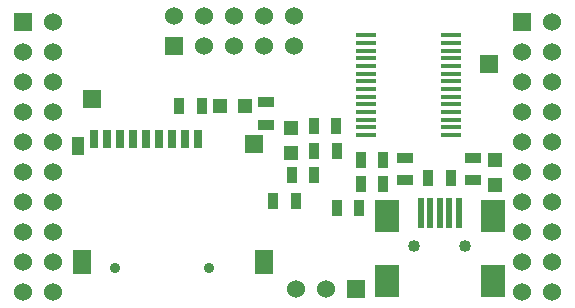
<source format=gts>
G04 (created by PCBNEW (2013-07-07 BZR 4022)-stable) date 29/12/2013 19:41:28*
%MOIN*%
G04 Gerber Fmt 3.4, Leading zero omitted, Abs format*
%FSLAX34Y34*%
G01*
G70*
G90*
G04 APERTURE LIST*
%ADD10C,0.00590551*%
%ADD11R,0.03X0.06*%
%ADD12R,0.04X0.06*%
%ADD13R,0.06X0.08*%
%ADD14R,0.06X0.06*%
%ADD15C,0.035*%
%ADD16R,0.035X0.055*%
%ADD17R,0.055X0.035*%
%ADD18R,0.0472X0.0472*%
%ADD19R,0.065X0.016*%
%ADD20C,0.06*%
%ADD21R,0.02X0.1*%
%ADD22R,0.0787402X0.11*%
%ADD23C,0.04*%
G04 APERTURE END LIST*
G54D10*
G54D11*
X75832Y-64900D03*
X75399Y-64900D03*
X74966Y-64900D03*
X74533Y-64900D03*
X74100Y-64900D03*
X73666Y-64900D03*
X73233Y-64900D03*
X72800Y-64900D03*
X72367Y-64900D03*
G54D12*
X71837Y-65136D03*
G54D13*
X71974Y-68983D03*
X78037Y-68983D03*
G54D14*
X77714Y-65054D03*
G54D15*
X73076Y-69191D03*
X76225Y-69191D03*
G54D16*
X81275Y-66400D03*
X82025Y-66400D03*
G54D17*
X82750Y-66275D03*
X82750Y-65525D03*
G54D16*
X83525Y-66200D03*
X84275Y-66200D03*
X80475Y-65300D03*
X79725Y-65300D03*
X79700Y-64475D03*
X80450Y-64475D03*
X81275Y-65600D03*
X82025Y-65600D03*
G54D18*
X85750Y-65587D03*
X85750Y-66413D03*
X78950Y-65363D03*
X78950Y-64537D03*
G54D16*
X81225Y-67200D03*
X80475Y-67200D03*
G54D17*
X85000Y-66275D03*
X85000Y-65525D03*
G54D16*
X78975Y-66100D03*
X79725Y-66100D03*
G54D19*
X81433Y-62972D03*
X81433Y-63228D03*
X81433Y-63484D03*
X81433Y-63740D03*
X84267Y-62204D03*
X81433Y-62204D03*
X81433Y-62460D03*
X81433Y-62716D03*
X84267Y-63996D03*
X84267Y-63740D03*
X84267Y-63484D03*
X84267Y-63228D03*
X84267Y-62972D03*
X84267Y-62716D03*
X81433Y-63996D03*
X84267Y-62460D03*
X84267Y-61948D03*
X84267Y-61693D03*
X84267Y-61437D03*
X81433Y-61437D03*
X81433Y-61693D03*
X81433Y-61948D03*
X81433Y-64252D03*
X81433Y-64507D03*
X81433Y-64763D03*
X84267Y-64763D03*
X84267Y-64507D03*
X84267Y-64252D03*
G54D18*
X76587Y-63800D03*
X77413Y-63800D03*
G54D16*
X75225Y-63800D03*
X75975Y-63800D03*
G54D14*
X81100Y-69900D03*
G54D20*
X80100Y-69900D03*
X79100Y-69900D03*
G54D14*
X70000Y-60984D03*
G54D20*
X71000Y-60984D03*
X70000Y-61984D03*
X71000Y-61984D03*
X70000Y-62984D03*
X71000Y-62984D03*
X70000Y-63984D03*
X71000Y-63984D03*
X70000Y-64984D03*
X71000Y-64984D03*
X70000Y-65984D03*
X71000Y-65984D03*
X70000Y-66984D03*
X71000Y-66984D03*
X70000Y-67984D03*
X71000Y-67984D03*
X70000Y-68984D03*
X71000Y-68984D03*
X70000Y-69984D03*
X71000Y-69984D03*
G54D14*
X86650Y-60984D03*
G54D20*
X87650Y-60984D03*
X86650Y-61984D03*
X87650Y-61984D03*
X86650Y-62984D03*
X87650Y-62984D03*
X86650Y-63984D03*
X87650Y-63984D03*
X86650Y-64984D03*
X87650Y-64984D03*
X86650Y-65984D03*
X87650Y-65984D03*
X86650Y-66984D03*
X87650Y-66984D03*
X86650Y-67984D03*
X87650Y-67984D03*
X86650Y-68984D03*
X87650Y-68984D03*
X86650Y-69984D03*
X87650Y-69984D03*
G54D21*
X83270Y-67350D03*
X83585Y-67350D03*
X83900Y-67350D03*
X84214Y-67350D03*
X84529Y-67350D03*
G54D22*
X82128Y-69631D03*
X85671Y-69631D03*
X82128Y-67465D03*
X85671Y-67465D03*
G54D23*
X83050Y-68450D03*
X84750Y-68450D03*
G54D14*
X85550Y-62400D03*
X75050Y-61800D03*
G54D20*
X75050Y-60800D03*
X76050Y-61800D03*
X76050Y-60800D03*
X77050Y-61800D03*
X77050Y-60800D03*
X78050Y-61800D03*
X78050Y-60800D03*
X79050Y-61800D03*
X79050Y-60800D03*
G54D14*
X72300Y-63550D03*
G54D16*
X79100Y-66975D03*
X78350Y-66975D03*
G54D17*
X78125Y-64425D03*
X78125Y-63675D03*
M02*

</source>
